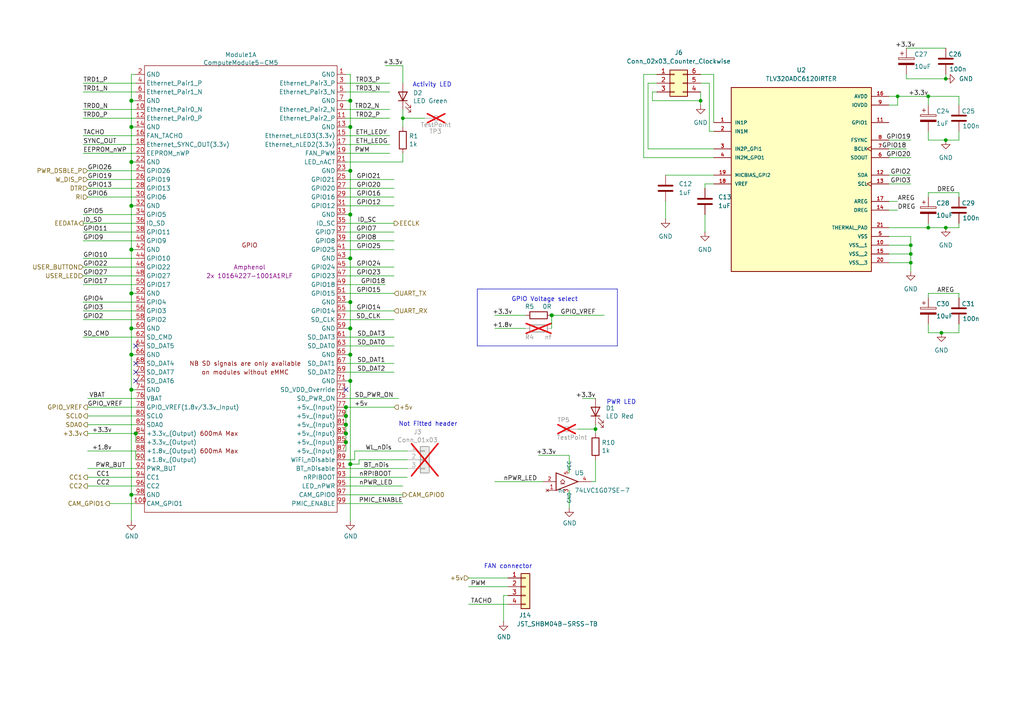
<source format=kicad_sch>
(kicad_sch (version 20250114) (generator "eeschema") (generator_version "9.0")
  (paper "A4")
  (title_block (title "Compute Module 5 IO Board") (rev "1") (company "E-SMART SOLUTIONS") (comment 1 "Mostafa Bakir"))
  (text "Activity LED" (at 119.634 25.4 0) (effects (font (size 1.27 1.27)) (justify left bottom)))
  (text "FAN connector\n" (at 140.335 165.1 0) (effects (font (size 1.27 1.27)) (justify left bottom)))
  (text "GPIO Voltage select\n" (at 167.64 87.63 0) (effects (font (size 1.27 1.27)) (justify right bottom)))
  (text "Not Fitted header" (at 132.715 123.825 0) (effects (font (size 1.27 1.27)) (justify right bottom)))
  (text "PWR LED" (at 175.895 117.475 0) (effects (font (size 1.27 1.27)) (justify left bottom)))
  (junction (at 101.6 36.83) (diameter 1.016))
  (junction (at 101.6 29.21) (diameter 1.016))
  (junction (at 101.6 102.87) (diameter 1.016))
  (junction (at 38.1 113.03) (diameter 1.016))
  (junction (at 273.05 96.52))
  (junction (at 38.1 46.99) (diameter 1.016))
  (junction (at 100.33 125.73) (diameter 1.016))
  (junction (at 38.1 72.39) (diameter 1.016))
  (junction (at 100.33 123.19) (diameter 1.016))
  (junction (at 38.1 143.51) (diameter 1.016))
  (junction (at 38.1 59.69) (diameter 1.016))
  (junction (at 101.6 62.23) (diameter 1.016))
  (junction (at 38.1 95.25) (diameter 1.016))
  (junction (at 264.16 73.66))
  (junction (at 264.16 76.2))
  (junction (at 100.33 118.11) (diameter 1.016))
  (junction (at 101.6 95.25) (diameter 1.016))
  (junction (at 274.32 40.64))
  (junction (at 269.24 27.94))
  (junction (at 101.6 87.63) (diameter 1.016))
  (junction (at 269.24 66.04))
  (junction (at 38.1 85.09) (diameter 1.016))
  (junction (at 100.33 120.65) (diameter 1.016))
  (junction (at 172.72 124.46))
  (junction (at 38.1 36.83) (diameter 1.016))
  (junction (at 39.37 125.73) (diameter 1.016))
  (junction (at 38.1 102.87) (diameter 1.016))
  (junction (at 160.02 91.44) (diameter 1.016))
  (junction (at 38.1 29.21) (diameter 1.016))
  (junction (at 100.33 128.27) (diameter 1.016))
  (junction (at 116.84 34.29))
  (junction (at 203.2 29.21))
  (junction (at 101.6 110.49) (diameter 1.016))
  (junction (at 101.6 134.62) (diameter 1.016))
  (junction (at 101.6 49.53) (diameter 1.016))
  (junction (at 274.32 22.86))
  (junction (at 264.16 71.12))
  (junction (at 101.6 74.93) (diameter 1.016))
  (junction (at 274.32 66.04))
  (junction (at 260.35 27.94))
  (no_connect (at 39.37 107.95))
  (no_connect (at 100.33 113.03))
  (no_connect (at 39.37 100.33))
  (no_connect (at 39.37 105.41))
  (no_connect (at 39.37 110.49))
  (wire (pts (xy 278.13 30.48) (xy 278.13 27.94)))
  (wire (pts (xy 101.6 110.49) (xy 101.6 134.62)))
  (wire (pts (xy 204.47 62.23) (xy 204.47 67.31)))
  (wire (pts (xy 100.33 135.89) (xy 118.11 135.89)))
  (wire (pts (xy 189.23 29.21) (xy 203.2 29.21)))
  (wire (pts (xy 207.01 35.56) (xy 207.01 21.59)))
  (wire (pts (xy 187.96 24.13) (xy 190.5 24.13)))
  (wire (pts (xy 100.33 102.87) (xy 101.6 102.87)))
  (wire (pts (xy 24.13 90.17) (xy 39.37 90.17)))
  (wire (pts (xy 39.37 133.35) (xy 39.37 130.81)))
  (wire (pts (xy 260.35 30.48) (xy 260.35 27.94)))
  (wire (pts (xy 24.13 44.45) (xy 39.37 44.45)))
  (wire (pts (xy 100.33 95.25) (xy 101.6 95.25)))
  (wire (pts (xy 101.6 102.87) (xy 101.6 110.49)))
  (wire (pts (xy 100.33 100.33) (xy 114.3 100.33)))
  (wire (pts (xy 39.37 128.27) (xy 39.37 125.73)))
  (wire (pts (xy 100.33 118.11) (xy 114.3 118.11)))
  (wire (pts (xy 101.6 36.83) (xy 101.6 49.53)))
  (polyline (pts (xy 179.07 83.82) (xy 179.07 100.33)) (stroke (width 0) (type solid)))
  (wire (pts (xy 24.13 92.71) (xy 39.37 92.71)))
  (wire (pts (xy 278.13 96.52) (xy 278.13 93.98)))
  (wire (pts (xy 257.81 66.04) (xy 269.24 66.04)))
  (wire (pts (xy 116.84 36.83) (xy 116.84 34.29)))
  (wire (pts (xy 262.89 22.86) (xy 274.32 22.86)))
  (wire (pts (xy 24.13 31.75) (xy 39.37 31.75)))
  (wire (pts (xy 24.13 77.47) (xy 39.37 77.47)))
  (wire (pts (xy 100.33 29.21) (xy 101.6 29.21)))
  (wire (pts (xy 100.33 90.17) (xy 114.3 90.17)))
  (wire (pts (xy 207.01 21.59) (xy 203.2 21.59)))
  (wire (pts (xy 24.13 82.55) (xy 39.37 82.55)))
  (wire (pts (xy 264.16 76.2) (xy 264.16 73.66)))
  (wire (pts (xy 24.13 80.01) (xy 39.37 80.01)))
  (wire (pts (xy 100.33 34.29) (xy 113.03 34.29)))
  (wire (pts (xy 39.37 36.83) (xy 38.1 36.83)))
  (wire (pts (xy 100.33 44.45) (xy 113.03 44.45)))
  (wire (pts (xy 100.33 31.75) (xy 113.03 31.75)))
  (wire (pts (xy 102.87 133.35) (xy 102.87 130.81)))
  (wire (pts (xy 24.13 67.31) (xy 39.37 67.31)))
  (wire (pts (xy 104.14 133.35) (xy 118.11 133.35)))
  (wire (pts (xy 100.33 87.63) (xy 101.6 87.63)))
  (wire (pts (xy 24.13 39.37) (xy 39.37 39.37)))
  (wire (pts (xy 39.37 21.59) (xy 38.1 21.59)))
  (wire (pts (xy 101.6 21.59) (xy 101.6 29.21)))
  (wire (pts (xy 101.6 29.21) (xy 101.6 36.83)))
  (wire (pts (xy 38.1 143.51) (xy 38.1 151.13)))
  (wire (pts (xy 146.05 172.72) (xy 146.05 180.34)))
  (wire (pts (xy 264.16 68.58) (xy 257.81 68.58)))
  (wire (pts (xy 165.1 142.24) (xy 165.1 147.32)))
  (wire (pts (xy 100.33 57.15) (xy 114.3 57.15)))
  (wire (pts (xy 262.89 13.97) (xy 274.32 13.97)))
  (wire (pts (xy 167.64 124.46) (xy 172.72 124.46)))
  (wire (pts (xy 165.1 137.16) (xy 165.1 132.08)))
  (wire (pts (xy 262.89 21.59) (xy 262.89 22.86)))
  (wire (pts (xy 100.33 143.51) (xy 116.84 143.51)))
  (wire (pts (xy 257.81 30.48) (xy 260.35 30.48)))
  (wire (pts (xy 100.33 107.95) (xy 114.3 107.95)))
  (wire (pts (xy 100.33 80.01) (xy 114.3 80.01)))
  (wire (pts (xy 25.4 138.43) (xy 39.37 138.43)))
  (wire (pts (xy 101.6 95.25) (xy 101.6 102.87)))
  (wire (pts (xy 38.1 72.39) (xy 38.1 85.09)))
  (wire (pts (xy 101.6 49.53) (xy 101.6 62.23)))
  (wire (pts (xy 143.51 95.25) (xy 152.4 95.25)))
  (wire (pts (xy 24.13 74.93) (xy 39.37 74.93)))
  (wire (pts (xy 100.33 140.97) (xy 116.84 140.97)))
  (wire (pts (xy 205.74 24.13) (xy 203.2 24.13)))
  (wire (pts (xy 39.37 29.21) (xy 38.1 29.21)))
  (wire (pts (xy 25.4 140.97) (xy 39.37 140.97)))
  (wire (pts (xy 25.4 135.89) (xy 39.37 135.89)))
  (wire (pts (xy 100.33 128.27) (xy 100.33 130.81)))
  (wire (pts (xy 187.96 43.18) (xy 187.96 24.13)))
  (wire (pts (xy 273.05 96.52) (xy 278.13 96.52)))
  (wire (pts (xy 100.33 41.91) (xy 113.03 41.91)))
  (wire (pts (xy 264.16 71.12) (xy 264.16 68.58)))
  (wire (pts (xy 100.33 115.57) (xy 115.57 115.57)))
  (wire (pts (xy 114.3 97.79) (xy 100.33 97.79)))
  (wire (pts (xy 24.13 26.67) (xy 39.37 26.67)))
  (wire (pts (xy 186.69 21.59) (xy 190.5 21.59)))
  (wire (pts (xy 25.4 49.53) (xy 39.37 49.53)))
  (wire (pts (xy 278.13 64.77) (xy 278.13 66.04)))
  (wire (pts (xy 100.33 120.65) (xy 100.33 123.19)))
  (wire (pts (xy 100.33 74.93) (xy 101.6 74.93)))
  (wire (pts (xy 100.33 39.37) (xy 113.03 39.37)))
  (polyline (pts (xy 139.7 83.82) (xy 179.07 83.82)) (stroke (width 0) (type solid)))
  (wire (pts (xy 269.24 66.04) (xy 269.24 64.77)))
  (wire (pts (xy 207.01 43.18) (xy 187.96 43.18)))
  (wire (pts (xy 278.13 55.88) (xy 278.13 57.15)))
  (wire (pts (xy 100.33 138.43) (xy 118.11 138.43)))
  (wire (pts (xy 38.1 95.25) (xy 39.37 95.25)))
  (wire (pts (xy 257.81 43.18) (xy 262.89 43.18)))
  (wire (pts (xy 38.1 102.87) (xy 38.1 113.03)))
  (wire (pts (xy 38.1 85.09) (xy 38.1 95.25)))
  (wire (pts (xy 31.75 146.05) (xy 39.37 146.05)))
  (wire (pts (xy 116.84 19.05) (xy 116.84 24.13)))
  (wire (pts (xy 269.24 96.52) (xy 273.05 96.52)))
  (wire (pts (xy 203.2 29.21) (xy 203.2 30.48)))
  (wire (pts (xy 257.81 53.34) (xy 264.16 53.34)))
  (wire (pts (xy 264.16 73.66) (xy 264.16 71.12)))
  (wire (pts (xy 116.84 34.29) (xy 116.84 31.75)))
  (wire (pts (xy 257.81 40.64) (xy 264.16 40.64)))
  (wire (pts (xy 190.5 26.67) (xy 189.23 26.67)))
  (wire (pts (xy 104.14 134.62) (xy 104.14 133.35)))
  (wire (pts (xy 101.6 134.62) (xy 101.6 151.13)))
  (wire (pts (xy 38.1 59.69) (xy 38.1 72.39)))
  (wire (pts (xy 274.32 66.04) (xy 269.24 66.04)))
  (wire (pts (xy 38.1 113.03) (xy 39.37 113.03)))
  (wire (pts (xy 38.1 72.39) (xy 39.37 72.39)))
  (wire (pts (xy 25.4 54.61) (xy 39.37 54.61)))
  (wire (pts (xy 100.33 52.07) (xy 114.3 52.07)))
  (wire (pts (xy 257.81 58.42) (xy 260.35 58.42)))
  (wire (pts (xy 257.81 73.66) (xy 264.16 73.66)))
  (wire (pts (xy 25.4 130.81) (xy 39.37 130.81)))
  (wire (pts (xy 260.35 27.94) (xy 269.24 27.94)))
  (wire (pts (xy 24.13 97.79) (xy 39.37 97.79)))
  (wire (pts (xy 24.13 24.13) (xy 39.37 24.13)))
  (wire (pts (xy 100.33 62.23) (xy 101.6 62.23)))
  (wire (pts (xy 100.33 24.13) (xy 113.03 24.13)))
  (wire (pts (xy 100.33 36.83) (xy 101.6 36.83)))
  (wire (pts (xy 38.1 95.25) (xy 38.1 102.87)))
  (wire (pts (xy 172.72 133.35) (xy 172.72 139.7)))
  (wire (pts (xy 193.04 50.8) (xy 207.01 50.8)))
  (wire (pts (xy 39.37 143.51) (xy 38.1 143.51)))
  (wire (pts (xy 25.4 57.15) (xy 39.37 57.15)))
  (wire (pts (xy 25.4 123.19) (xy 39.37 123.19)))
  (wire (pts (xy 38.1 113.03) (xy 38.1 143.51)))
  (wire (pts (xy 165.1 132.08) (xy 156.21 132.08)))
  (wire (pts (xy 172.72 123.19) (xy 172.72 124.46)))
  (wire (pts (xy 269.24 55.88) (xy 278.13 55.88)))
  (wire (pts (xy 102.87 130.81) (xy 118.11 130.81)))
  (wire (pts (xy 100.33 146.05) (xy 116.84 146.05)))
  (wire (pts (xy 100.33 64.77) (xy 114.3 64.77)))
  (wire (pts (xy 274.32 40.64) (xy 278.13 40.64)))
  (wire (pts (xy 101.6 87.63) (xy 101.6 95.25)))
  (wire (pts (xy 269.24 57.15) (xy 269.24 55.88)))
  (wire (pts (xy 147.32 172.72) (xy 146.05 172.72)))
  (wire (pts (xy 100.33 54.61) (xy 114.3 54.61)))
  (wire (pts (xy 278.13 86.36) (xy 278.13 85.09)))
  (wire (pts (xy 264.16 78.74) (xy 264.16 76.2)))
  (wire (pts (xy 116.84 46.99) (xy 116.84 44.45)))
  (wire (pts (xy 100.33 133.35) (xy 102.87 133.35)))
  (wire (pts (xy 100.33 69.85) (xy 114.3 69.85)))
  (wire (pts (xy 114.3 105.41) (xy 100.33 105.41)))
  (wire (pts (xy 257.81 45.72) (xy 264.16 45.72)))
  (wire (pts (xy 25.4 118.11) (xy 39.37 118.11)))
  (wire (pts (xy 100.33 85.09) (xy 114.3 85.09)))
  (wire (pts (xy 257.81 76.2) (xy 264.16 76.2)))
  (wire (pts (xy 135.89 170.18) (xy 147.32 170.18)))
  (wire (pts (xy 143.51 91.44) (xy 152.4 91.44)))
  (wire (pts (xy 24.13 34.29) (xy 39.37 34.29)))
  (wire (pts (xy 25.4 115.57) (xy 39.37 115.57)))
  (wire (pts (xy 25.4 125.73) (xy 39.37 125.73)))
  (wire (pts (xy 100.33 59.69) (xy 114.3 59.69)))
  (wire (pts (xy 135.89 175.26) (xy 147.32 175.26)))
  (wire (pts (xy 257.81 50.8) (xy 264.16 50.8)))
  (wire (pts (xy 114.3 92.71) (xy 100.33 92.71)))
  (wire (pts (xy 100.33 67.31) (xy 114.3 67.31)))
  (wire (pts (xy 278.13 38.1) (xy 278.13 40.64)))
  (wire (pts (xy 24.13 64.77) (xy 39.37 64.77)))
  (wire (pts (xy 172.72 139.7) (xy 171.45 139.7)))
  (wire (pts (xy 269.24 85.09) (xy 269.24 86.36)))
  (wire (pts (xy 274.32 22.86) (xy 274.32 21.59)))
  (wire (pts (xy 25.4 120.65) (xy 39.37 120.65)))
  (wire (pts (xy 38.1 36.83) (xy 38.1 46.99)))
  (wire (pts (xy 100.33 46.99) (xy 116.84 46.99)))
  (polyline (pts (xy 138.43 100.33) (xy 138.43 83.82)) (stroke (width 0) (type solid)))
  (wire (pts (xy 160.02 91.44) (xy 175.26 91.44)))
  (wire (pts (xy 257.81 71.12) (xy 264.16 71.12)))
  (wire (pts (xy 269.24 93.98) (xy 269.24 96.52)))
  (wire (pts (xy 204.47 53.34) (xy 204.47 54.61)))
  (wire (pts (xy 172.72 115.57) (xy 168.91 115.57)))
  (wire (pts (xy 100.33 72.39) (xy 114.3 72.39)))
  (wire (pts (xy 38.1 29.21) (xy 38.1 36.83)))
  (wire (pts (xy 100.33 21.59) (xy 101.6 21.59)))
  (wire (pts (xy 100.33 110.49) (xy 101.6 110.49)))
  (wire (pts (xy 278.13 85.09) (xy 269.24 85.09)))
  (wire (pts (xy 143.51 139.7) (xy 157.48 139.7)))
  (wire (pts (xy 24.13 69.85) (xy 39.37 69.85)))
  (wire (pts (xy 24.13 87.63) (xy 39.37 87.63)))
  (wire (pts (xy 205.74 38.1) (xy 205.74 24.13)))
  (wire (pts (xy 100.33 118.11) (xy 100.33 120.65)))
  (wire (pts (xy 278.13 27.94) (xy 269.24 27.94)))
  (wire (pts (xy 111.76 19.05) (xy 116.84 19.05)))
  (wire (pts (xy 100.33 49.53) (xy 101.6 49.53)))
  (wire (pts (xy 278.13 66.04) (xy 274.32 66.04)))
  (wire (pts (xy 100.33 26.67) (xy 113.03 26.67)))
  (wire (pts (xy 257.81 60.96) (xy 260.35 60.96)))
  (wire (pts (xy 24.13 62.23) (xy 39.37 62.23)))
  (wire (pts (xy 24.13 41.91) (xy 39.37 41.91)))
  (wire (pts (xy 203.2 26.67) (xy 203.2 29.21)))
  (wire (pts (xy 189.23 26.67) (xy 189.23 29.21)))
  (wire (pts (xy 101.6 74.93) (xy 101.6 87.63)))
  (polyline (pts (xy 139.7 83.82) (xy 138.43 83.82)) (stroke (width 0) (type solid)))
  (wire (pts (xy 100.33 123.19) (xy 100.33 125.73)))
  (wire (pts (xy 25.4 52.07) (xy 39.37 52.07)))
  (wire (pts (xy 38.1 46.99) (xy 39.37 46.99)))
  (wire (pts (xy 186.69 45.72) (xy 186.69 21.59)))
  (wire (pts (xy 38.1 21.59) (xy 38.1 29.21)))
  (wire (pts (xy 135.89 167.64) (xy 147.32 167.64)))
  (wire (pts (xy 269.24 40.64) (xy 274.32 40.64)))
  (wire (pts (xy 38.1 85.09) (xy 39.37 85.09)))
  (wire (pts (xy 100.33 125.73) (xy 100.33 128.27)))
  (wire (pts (xy 160.02 91.44) (xy 160.02 95.25)))
  (wire (pts (xy 100.33 77.47) (xy 114.3 77.47)))
  (wire (pts (xy 38.1 102.87) (xy 39.37 102.87)))
  (wire (pts (xy 38.1 59.69) (xy 39.37 59.69)))
  (polyline (pts (xy 179.07 100.33) (xy 139.7 100.33)) (stroke (width 0) (type solid)))
  (wire (pts (xy 172.72 124.46) (xy 172.72 125.73)))
  (wire (pts (xy 207.01 45.72) (xy 186.69 45.72)))
  (wire (pts (xy 257.81 27.94) (xy 260.35 27.94)))
  (wire (pts (xy 100.33 82.55) (xy 111.76 82.55)))
  (wire (pts (xy 116.84 34.29) (xy 123.19 34.29)))
  (wire (pts (xy 101.6 62.23) (xy 101.6 74.93)))
  (wire (pts (xy 207.01 38.1) (xy 205.74 38.1)))
  (wire (pts (xy 38.1 46.99) (xy 38.1 59.69)))
  (wire (pts (xy 193.04 58.42) (xy 193.04 63.5)))
  (wire (pts (xy 101.6 134.62) (xy 104.14 134.62)))
  (wire (pts (xy 207.01 53.34) (xy 204.47 53.34)))
  (wire (pts (xy 269.24 38.1) (xy 269.24 40.64)))
  (polyline (pts (xy 138.43 100.33) (xy 139.7 100.33)) (stroke (width 0) (type solid)))
  (wire (pts (xy 269.24 27.94) (xy 269.24 30.48)))
  (label "+1.8v" (at 148.59 95.25 180))
  (label "SD_DAT2" (at 111.76 107.95 180))
  (label "AREG" (at 260.35 58.42 0))
  (label "GPIO5" (at 24.13 62.23 0))
  (label "TRD3_N" (at 103.124 26.67 0))
  (label "GPIO2" (at 24.13 92.71 0))
  (label "GPIO9" (at 24.13 69.85 0))
  (label "ETH_LEDG" (at 103.124 41.91 0))
  (label "SD_DAT1" (at 111.76 105.41 180))
  (label "GPIO2" (at 264.16 50.8 180))
  (label "GPIO10" (at 24.13 74.93 0))
  (label "TRD3_P" (at 103.124 24.13 0))
  (label "GPIO6" (at 25.4 57.15 0))
  (label "GPIO20" (at 110.49 54.61 180))
  (label "GPIO25" (at 110.49 72.39 180))
  (label "SD_DAT0" (at 111.76 100.33 180))
  (label "GPIO15" (at 110.49 85.09 180))
  (label "GPIO13" (at 25.4 54.61 0))
  (label "GPIO7" (at 109.22 67.31 180))
  (label "GPIO14" (at 110.49 90.17 180))
  (label "BT_nDis" (at 112.8776 135.89 180))
  (label "ETH_LEDY" (at 103.124 39.37 0))
  (label "SD_PWR_ON" (at 102.87 115.57 0))
  (label "PWM" (at 102.87 44.45 0))
  (label "GPIO4" (at 24.13 87.63 0))
  (label "TRD1_P" (at 24.13 24.13 0))
  (label "GPIO18" (at 262.89 43.18 180))
  (label "CC1" (at 27.94 138.43 0))
  (label "WL_nDis" (at 113.665 130.81 180))
  (label "+3.3v" (at 116.84 19.05 180))
  (label "DREG" (at 271.78 55.88 0))
  (label "SD_DAT3" (at 111.76 97.79 180))
  (label "GPIO27" (at 24.13 80.01 0))
  (label "EEPROM_nWP" (at 24.13 44.45 0))
  (label "GPIO_VREF" (at 25.4 118.11 0))
  (label "GPIO21" (at 110.49 52.07 180))
  (label "GPIO23" (at 110.49 80.01 180))
  (label "TRD0_N" (at 24.13 31.75 0))
  (label "+1.8v" (at 26.67 130.81 0))
  (label "+3.3v" (at 269.24 27.94 180))
  (label "+3.3v" (at 265.43 13.97 180))
  (label "SD_CLK" (at 110.49 92.71 180))
  (label "GPIO16" (at 110.49 57.15 180))
  (label "GPIO12" (at 110.49 59.69 180))
  (label "+3.3v" (at 26.67 125.73 0))
  (label "PWM" (at 136.525 170.18 0))
  (label "GPIO8" (at 109.22 69.85 180))
  (label "GPIO17" (at 24.13 82.55 0))
  (label "SYNC_OUT" (at 24.13 41.91 0))
  (label "nPWR_LED" (at 146.05 139.7 0))
  (label "DREG" (at 260.35 60.96 0))
  (label "GPIO19" (at 264.16 40.64 180))
  (label "TRD2_N" (at 102.87 31.75 0))
  (label "nPWR_LED" (at 104.14 140.97 0))
  (label "TRD0_P" (at 24.13 34.29 0))
  (label "+3.3v" (at 148.59 91.44 180))
  (label "AREG" (at 271.78 85.09 0))
  (label "GPIO26" (at 25.4 49.53 0))
  (label "TACHO" (at 136.525 175.26 0))
  (label "PWR_BUT" (at 27.686 135.89 0))
  (label "+3.3v" (at 161.29 132.08 180))
  (label "nRPIBOOT" (at 104.14 138.43 0))
  (label "GPIO11" (at 24.13 67.31 0))
  (label "ID_SD" (at 24.13 64.77 0))
  (label "TRD1_N" (at 24.13 26.67 0))
  (label "GPIO24" (at 110.49 77.47 180))
  (label "VBAT" (at 30.48 115.57 180))
  (label "ID_SC" (at 109.22 64.77 180))
  (label "CC2" (at 27.94 140.97 0))
  (label "TACHO" (at 24.13 39.37 0))
  (label "+5v" (at 106.68 118.11 180))
  (label "SD_CMD" (at 24.13 97.79 0))
  (label "GPIO3" (at 264.16 53.34 180))
  (label "PMIC_ENABLE" (at 116.84 146.05 180))
  (label "+3.3v" (at 172.72 115.57 180))
  (label "GPIO_VREF" (at 162.56 91.44 0))
  (label "GPIO18" (at 111.76 82.55 180))
  (label "TRD2_P" (at 103.124 34.29 0))
  (label "GPIO19" (at 25.4 52.07 0))
  (label "GPIO20" (at 264.16 45.72 180))
  (label "GPIO22" (at 24.13 77.47 0))
  (label "GPIO3" (at 24.13 90.17 0))
  (hierarchical_label "CC1" (shape output) (at 25.4 138.43 180))
  (hierarchical_label "EEDATA" (shape output) (at 24.13 64.77 180))
  (hierarchical_label "SDA0" (shape output) (at 25.4 123.19 180))
  (hierarchical_label "CAM_GPIO1" (shape output) (at 31.75 146.05 180))
  (hierarchical_label "PWR_DSBLE_P" (shape input) (at 25.4 49.53 180))
  (hierarchical_label "CC2" (shape output) (at 25.4 140.97 180))
  (hierarchical_label "RI" (shape input) (at 25.4 57.15 180))
  (hierarchical_label "+3.3v" (shape output) (at 25.4 125.73 180))
  (hierarchical_label "GPIO_VREF" (shape output) (at 25.4 118.11 180))
  (hierarchical_label "W_DIS_P" (shape input) (at 25.4 52.07 180))
  (hierarchical_label "EECLK" (shape output) (at 114.3 64.77 0))
  (hierarchical_label "DTR" (shape input) (at 25.4 54.61 180))
  (hierarchical_label "SCL0" (shape output) (at 25.4 120.65 180))
  (hierarchical_label "+5v" (shape input) (at 135.89 167.64 180))
  (hierarchical_label "USER_BUTTON" (shape input) (at 24.13 77.47 180))
  (hierarchical_label "USER_LED" (shape input) (at 24.13 80.01 180))
  (hierarchical_label "CAM_GPIO0" (shape output) (at 116.84 143.51 0))
  (hierarchical_label "UART_RX" (shape input) (at 114.3 90.17 0))
  (hierarchical_label "UART_TX" (shape input) (at 114.3 85.09 0))
  (hierarchical_label "+5v" (shape input) (at 114.3 118.11 0))
  (symbol (lib_id "CM5IO:74LVC1G07_copy") (at 165.1 139.7 0) (unit 1)
    (property "Reference" "U5" (at 166.624 137.16 0) (effects (justify left)))
    (property "Value" "74LVC1G07SE-7" (at 166.624 142.24 0) (effects (justify left)))
    (property "Footprint" "Package_TO_SOT_SMD:SOT-353_SC-70-5" (effects (hide yes)))
    (property "Datasheet" "https://www.diodes.com/assets/Datasheets/74LVC1G07.pdf" (effects (hide yes)))
    (property "Field4" "Farnell" (effects (hide yes)))
    (property "Field5" "2425492" (effects (hide yes)))
    (property "Field6" "74LVC1G07SE-7" (effects (hide yes)))
    (property "Field7" "Diodes" (effects (hide yes)))
    (property "Part Description" "Buffer, Non-Inverting 1 Element 1 Bit per Element Open Drain Output SOT-353" (effects (hide yes)))
  )
  (symbol (lib_id "CM5IO:ComputeModule5-CM5") (at 72.39 77.47 0) (unit 1)
    (property "Reference" "Module1" (at 69.85 15.875 0))
    (property "Value" "ComputeModule5-CM5" (at 69.85 18.1864 0))
    (property "Footprint" "CM5IO:Raspberry-Pi-5-Compute-Module" (effects (hide yes)))
    (property "Description" "RaspberryPi Compute module 5" (effects (hide yes)))
    (property "Field4" "Amphenol" (at 72.39 77.47 0))
    (property "Field5" "2x 10164227-1001A1RLF" (at 72.39 80.01 0))
    (property "Field6" "2x 10164227-1001A1RLF" (effects (hide yes)))
    (property "Field7" "Hirose" (effects (hide yes)))
    (property "Part Description" "	100 Position Connector Receptacle, Center Strip Contacts Surface Mount Gold" (effects (hide yes)))
  )
  (symbol (lib_id "power:GND") (at 38.1 151.13 0) (unit 1)
    (property "Reference" "#PWR0104" (effects (hide yes)))
    (property "Value" "GND" (at 38.227 155.5242 0))
    (property "Description" "Power symbol creates a global label with name \"GND\" , ground" (effects (hide yes)))
  )
  (symbol (lib_id "power:GND") (at 101.6 151.13 0) (unit 1)
    (property "Reference" "#PWR0105" (effects (hide yes)))
    (property "Value" "GND" (at 101.727 155.5242 0))
    (property "Description" "Power symbol creates a global label with name \"GND\" , ground" (effects (hide yes)))
  )
  (symbol (lib_id "Device:LED") (at 116.84 27.94 90) (unit 1)
    (property "Reference" "D2" (at 119.8118 26.9494 90) (effects (justify right)))
    (property "Value" "LED Green" (at 119.8118 29.2608 90) (effects (justify right)))
    (property "Footprint" "LED_SMD:LED_0603_1608Metric" (effects (hide yes)))
    (property "Datasheet" "http://optoelectronics.liteon.com/upload/download/DS22-2000-226/LTST-S270KGKT.pdf" (effects (hide yes)))
    (property "Field4" "Digikey " (effects (hide yes)))
    (property "Field5" "LTST-S270KGKT" (effects (hide yes)))
    (property "Field6" "SML-A12M8TT86N" (effects (hide yes)))
    (property "Field7" "Rohm" (effects (hide yes)))
    (property "Field8" "650263301" (effects (hide yes)))
    (property "Part Description" "	Green 572nm LED Indication - Discrete 2.2V 2-SMD, No Lead" (effects (hide yes)))
  )
  (symbol (lib_id "Device:R") (at 116.84 40.64 0) (unit 1)
    (property "Reference" "R1" (at 118.618 39.4716 0) (effects (justify left)))
    (property "Value" "1k" (at 118.618 41.783 0) (effects (justify left)))
    (property "Footprint" "Resistor_SMD:R_0402_1005Metric" (effects (hide yes)))
    (property "Datasheet" "https://fscdn.rohm.com/en/products/databook/datasheet/passive/resistor/chip_resistor/mcr-e.pdf" (effects (hide yes)))
    (property "Field4" "Farnell" (effects (hide yes)))
    (property "Field5" "9239235" (effects (hide yes)))
    (property "Field7" "KOA EUROPE GMBH" (effects (hide yes)))
    (property "Field6" "RK73H1ETTP1001F" (effects (hide yes)))
    (property "Part Description" "Resistor 1K M1005 1% 63mW" (effects (hide yes)))
    (property "Field8" "125049511" (effects (hide yes)))
  )
  (symbol (lib_id "power:GND") (at 165.1 147.32 0) (unit 1)
    (property "Reference" "#PWR05" (effects (hide yes)))
    (property "Value" "GND" (at 165.227 151.7142 0))
    (property "Description" "Power symbol creates a global label with name \"GND\" , ground" (effects (hide yes)))
  )
  (symbol (lib_name "LED_1") (lib_id "Device:LED") (at 172.72 119.38 90) (unit 1)
    (property "Reference" "D1" (at 175.6918 118.3894 90) (effects (justify right)))
    (property "Value" "LED Red" (at 175.6918 120.7008 90) (effects (justify right)))
    (property "Footprint" "LED_SMD:LED_0603_1608Metric" (effects (hide yes)))
    (property "Datasheet" "http://optoelectronics.liteon.com/upload/download/DS22-2000-210/LTST-S270KRKT.pdf" (effects (hide yes)))
    (property "Field4" "Digikey " (effects (hide yes)))
    (property "Field5" "	LTST-S270KRKT" (effects (hide yes)))
    (property "Field6" "SML-A12U8TT86Q" (effects (hide yes)))
    (property "Field7" "Rohm" (effects (hide yes)))
    (property "Field8" "650295101" (effects (hide yes)))
    (property "Part Description" "	Red 620nm LED Indication - Discrete 2.2V 2-SMD, No Lead" (effects (hide yes)))
  )
  (symbol (lib_id "Device:R") (at 172.72 129.54 0) (unit 1)
    (property "Reference" "R10" (at 174.498 128.3716 0) (effects (justify left)))
    (property "Value" "1k" (at 174.498 130.683 0) (effects (justify left)))
    (property "Footprint" "Resistor_SMD:R_0402_1005Metric" (effects (hide yes)))
    (property "Datasheet" "https://fscdn.rohm.com/en/products/databook/datasheet/passive/resistor/chip_resistor/mcr-e.pdf" (effects (hide yes)))
    (property "Field4" "Farnell" (effects (hide yes)))
    (property "Field5" "9239235" (effects (hide yes)))
    (property "Field7" "KOA EUROPE GMBH" (effects (hide yes)))
    (property "Field6" "RK73H1ETTP1001F" (effects (hide yes)))
    (property "Part Description" "Resistor 1K M1005 1% 63mW" (effects (hide yes)))
    (property "Field8" "125049511" (effects (hide yes)))
  )
  (symbol (lib_id "Connector:TestPoint") (at 167.64 124.46 90) (unit 1) (in_bom no) (on_board no) (dnp yes)
    (property "Reference" "TP5" (at 165.2778 121.793 90) (effects (justify left)))
    (property "Value" "TestPoint" (at 170.3578 126.873 90) (effects (justify left)))
    (property "Footprint" "TestPoint:TestPoint_Pad_2.0x2.0mm" (effects (hide yes)))
    (property "Field4" "nf" (effects (hide yes)))
    (property "Field5" "nf" (effects (hide yes)))
    (property "Field6" "nf" (effects (hide yes)))
    (property "Field7" "nf" (effects (hide yes)))
    (property "Part Description" "Test point" (effects (hide yes)))
  )
  (symbol (lib_id "Device:R") (at 156.21 91.44 90) (unit 1)
    (property "Reference" "R5" (at 154.94 88.9 90) (effects (justify left)))
    (property "Value" "0R" (at 160.02 88.9 90) (effects (justify left)))
    (property "Footprint" "Resistor_SMD:R_0805_2012Metric_Pad1.20x1.40mm_HandSolder" (effects (hide yes)))
    (property "Datasheet" "https://fscdn.rohm.com/en/products/databook/datasheet/passive/resistor/chip_resistor/mcr-e.pdf" (effects (hide yes)))
    (property "Field4" "Farnell" (effects (hide yes)))
    (property "Field5" "9233750" (effects (hide yes)))
    (property "Field7" "Rohm" (effects (hide yes)))
    (property "Field6" "MCR10EZPJ000" (effects (hide yes)))
    (property "Part Description" "Resistor 0R M2012 5% " (effects (hide yes)))
    (property "Field8" "121629591" (effects (hide yes)))
  )
  (symbol (lib_id "Device:R") (at 156.21 95.25 90) (unit 1) (exclude_from_sim yes) (in_bom no) (on_board no) (dnp yes)
    (property "Reference" "R4" (at 154.94 97.79 90) (effects (justify left)))
    (property "Value" "nf" (at 160.02 97.79 90) (effects (justify left)))
    (property "Footprint" "Resistor_SMD:R_0805_2012Metric_Pad1.20x1.40mm_HandSolder" (effects (hide yes)))
    (property "Datasheet" "https://fscdn.rohm.com/en/products/databook/datasheet/passive/resistor/chip_resistor/mcr-e.pdf" (effects (hide yes)))
    (property "Field4" "nf" (effects (hide yes)))
    (property "Field5" "nf" (effects (hide yes)))
    (property "Field6" "nf" (effects (hide yes)))
  )
  (symbol (lib_id "Connector_Generic:Conn_01x03") (at 123.19 133.35 0) (unit 1) (exclude_from_sim yes) (in_bom no) (on_board no) (dnp yes)
    (property "Reference" "J3" (at 121.1072 125.2982 0))
    (property "Value" "Conn_01x03" (at 121.1072 127.6096 0))
    (property "Footprint" "Connector_PinHeader_2.54mm:PinHeader_1x03_P2.54mm_Vertical" (effects (hide yes)))
    (property "Field4" "nf" (effects (hide yes)))
    (property "Field5" "nf" (effects (hide yes)))
    (property "Field6" "nf" (effects (hide yes)))
    (property "Field7" "nf" (effects (hide yes)))
    (property "Part Description" "3pin 0.1\" connector" (effects (hide yes)))
  )
  (symbol (lib_id "Connector_Generic:Conn_02x03_Counter_Clockwise") (at 195.58 24.13 0) (unit 1)
    (property "Reference" "J6" (at 196.85 15.24 0))
    (property "Value" "Conn_02x03_Counter_Clockwise" (at 196.85 17.78 0))
    (property "Footprint" "Connector_PinHeader_2.54mm:PinHeader_2x03_P2.54mm_Vertical" (effects (hide yes)))
    (property "Description" "Generic connector, double row, 02x03, counter clockwise pin numbering scheme (similar to DIP package numbering), script generated (kicad-library-utils/schlib/autogen/connector/)" (effects (hide yes)))
  )
  (symbol (lib_id "Device:C") (at 278.13 60.96 0) (unit 1)
    (property "Reference" "C29" (at 278.892 58.928 0) (effects (justify left)))
    (property "Value" "100n" (at 279.146 63.246 0) (effects (justify left)))
    (property "Footprint" "Capacitor_SMD:C_0402_1005Metric" (effects (hide yes)))
    (property "Datasheet" "https://search.murata.co.jp/Ceramy/image/img/A01X/G101/ENG/GRM155R71C104KA88-01.pdf" (effects (hide yes)))
    (property "Field4" "Farnell" (effects (hide yes)))
    (property "Field5" "2611911" (effects (hide yes)))
    (property "Field6" "RM EMK105 B7104KV-F" (effects (hide yes)))
    (property "Field7" "TAIYO YUDEN EUROPE GMBH" (effects (hide yes)))
    (property "Field8" "110091611" (effects (hide yes)))
    (property "Part Description" "	0.1uF 10% 16V Ceramic Capacitor X7R 0402 (1005 Metric)" (effects (hide yes)))
  )
  (symbol (lib_id "power:GND") (at 203.2 30.48 0) (unit 1)
    (property "Reference" "#PWR062" (effects (hide yes)))
    (property "Value" "GND" (at 203.2 35.56 0))
    (property "Description" "Power symbol creates a global label with name \"GND\" , ground" (effects (hide yes)))
  )
  (symbol (lib_id "Device:C_Polarized") (at 269.24 34.29 0) (unit 1)
    (property "Reference" "C24" (at 271.526 32.258 0) (effects (justify left)))
    (property "Value" "1uF" (at 271.526 35.814 0) (effects (justify left)))
    (property "Footprint" "digikey-footprints:0805" (effects (hide yes)))
    (property "Description" "Polarized capacitor" (effects (hide yes)))
  )
  (symbol (lib_id "power:GND") (at 146.05 180.34 0) (unit 1)
    (property "Reference" "#PWR06" (effects (hide yes)))
    (property "Value" "GND" (at 146.177 184.7342 0))
    (property "Description" "Power symbol creates a global label with name \"GND\" , ground" (effects (hide yes)))
  )
  (symbol (lib_id "Device:C") (at 204.47 58.42 0) (unit 1)
    (property "Reference" "C13" (at 208.28 57.1499 0) (effects (justify left)))
    (property "Value" "1uF" (at 208.28 59.6899 0) (effects (justify left)))
    (property "Footprint" "digikey-footprints:0603" (effects (hide yes)))
    (property "Description" "Unpolarized capacitor" (effects (hide yes)))
  )
  (symbol (lib_id "power:GND") (at 273.05 96.52 0) (unit 1)
    (property "Reference" "#PWR061" (effects (hide yes)))
    (property "Value" "GND" (at 273.05 101.6 0))
    (property "Description" "Power symbol creates a global label with name \"GND\" , ground" (effects (hide yes)))
  )
  (symbol (lib_id "Device:C_Polarized") (at 269.24 90.17 0) (unit 1)
    (property "Reference" "C30" (at 271.526 88.138 0) (effects (justify left)))
    (property "Value" "10uF" (at 271.526 91.694 0) (effects (justify left)))
    (property "Footprint" "Capacitor_SMD:CP_Elec_6.3x5.9" (effects (hide yes)))
    (property "Description" "Polarized capacitor" (effects (hide yes)))
  )
  (symbol (lib_id "power:GND") (at 204.47 67.31 0) (unit 1)
    (property "Reference" "#PWR031" (effects (hide yes)))
    (property "Value" "GND" (at 204.47 72.39 0))
    (property "Description" "Power symbol creates a global label with name \"GND\" , ground" (effects (hide yes)))
  )
  (symbol (lib_id "Device:C_Polarized") (at 262.89 17.78 0) (unit 1)
    (property "Reference" "C27" (at 265.176 15.748 0) (effects (justify left)))
    (property "Value" "10uF" (at 265.176 19.304 0) (effects (justify left)))
    (property "Footprint" "Capacitor_SMD:CP_Elec_6.3x5.9" (effects (hide yes)))
    (property "Description" "Polarized capacitor" (effects (hide yes)))
  )
  (symbol (lib_id "power:GND") (at 193.04 63.5 0) (unit 1)
    (property "Reference" "#PWR02" (effects (hide yes)))
    (property "Value" "GND" (at 193.04 68.58 0))
    (property "Description" "Power symbol creates a global label with name \"GND\" , ground" (effects (hide yes)))
  )
  (symbol (lib_id "power:GND") (at 274.32 66.04 0) (unit 1)
    (property "Reference" "#PWR060" (effects (hide yes)))
    (property "Value" "GND" (at 274.32 71.12 0))
    (property "Description" "Power symbol creates a global label with name \"GND\" , ground" (effects (hide yes)))
  )
  (symbol (lib_id "TLV320ADC6120IRTER:TLV320ADC6120IRTER") (at 232.41 48.26 0) (unit 1)
    (property "Reference" "U2" (at 232.41 20.32 0))
    (property "Value" "TLV320ADC6120IRTER" (at 232.41 22.86 0))
    (property "Footprint" "TLV320ADC6120IRTER:IC_TLV320ADC6120IRTER" (effects (hide yes)))
    (property "PARTREV" "A" (effects (hide yes)))
    (property "STANDARD" "Manufacturer Recommendations" (effects (hide yes)))
    (property "MAXIMUM_PACKAGE_HEIGHT" "0.8mm" (effects (hide yes)))
    (property "MANUFACTURER" "Texas Instruments" (effects (hide yes)))
  )
  (symbol (lib_id "Connector_Generic:Conn_01x04") (at 152.4 170.18 0) (unit 1)
    (property "Reference" "J14" (at 150.495 178.435 0) (effects (justify left)))
    (property "Value" "JST_SHBM04B-SRSS-TB" (at 149.86 180.975 0) (effects (justify left)))
    (property "Footprint" "Connector_JST:JST_SH_BM04B-SRSS-TB_1x04-1MP_P1.00mm_Vertical" (effects (hide yes)))
    (property "Field5" "SHBM04B-SRSS-TB" (effects (hide yes)))
    (property "Field6" "SHBM04B-SRSS-TB" (effects (hide yes)))
    (property "Field7" "JST" (effects (hide yes)))
    (property "Part Description" "4 pin vertical 1mm pitch connector" (effects (hide yes)))
  )
  (symbol (lib_id "power:GND") (at 274.32 40.64 0) (unit 1)
    (property "Reference" "#PWR058" (effects (hide yes)))
    (property "Value" "GND" (at 274.32 45.72 0))
    (property "Description" "Power symbol creates a global label with name \"GND\" , ground" (effects (hide yes)))
  )
  (symbol (lib_id "Connector:TestPoint") (at 123.19 34.29 270) (unit 1) (in_bom no) (on_board no) (dnp yes)
    (property "Reference" "TP3" (at 124.46 38.1 90) (effects (justify left)))
    (property "Value" "TestPoint" (at 121.92 36.195 90) (effects (justify left)))
    (property "Footprint" "TestPoint:TestPoint_Pad_2.0x2.0mm" (effects (hide yes)))
    (property "Field4" "nf" (effects (hide yes)))
    (property "Field5" "nf" (effects (hide yes)))
    (property "Field6" "nf" (effects (hide yes)))
    (property "Field7" "nf" (effects (hide yes)))
    (property "Part Description" "Test point" (effects (hide yes)))
  )
  (symbol (lib_id "power:GND") (at 274.32 22.86 90) (unit 1)
    (property "Reference" "#PWR059" (effects (hide yes)))
    (property "Value" "GND" (at 278.13 22.8599 90) (effects (justify right)))
    (property "Description" "Power symbol creates a global label with name \"GND\" , ground" (effects (hide yes)))
  )
  (symbol (lib_id "power:GND") (at 264.16 78.74 0) (unit 1)
    (property "Reference" "#PWR057" (effects (hide yes)))
    (property "Value" "GND" (at 264.16 83.82 0))
    (property "Description" "Power symbol creates a global label with name \"GND\" , ground" (effects (hide yes)))
  )
  (symbol (lib_id "Device:C") (at 278.13 90.17 0) (unit 1)
    (property "Reference" "C31" (at 278.892 88.138 0) (effects (justify left)))
    (property "Value" "100n" (at 279.146 92.456 0) (effects (justify left)))
    (property "Footprint" "Capacitor_SMD:C_0402_1005Metric" (effects (hide yes)))
    (property "Datasheet" "https://search.murata.co.jp/Ceramy/image/img/A01X/G101/ENG/GRM155R71C104KA88-01.pdf" (effects (hide yes)))
    (property "Field4" "Farnell" (effects (hide yes)))
    (property "Field5" "2611911" (effects (hide yes)))
    (property "Field6" "RM EMK105 B7104KV-F" (effects (hide yes)))
    (property "Field7" "TAIYO YUDEN EUROPE GMBH" (effects (hide yes)))
    (property "Field8" "110091611" (effects (hide yes)))
    (property "Part Description" "	0.1uF 10% 16V Ceramic Capacitor X7R 0402 (1005 Metric)" (effects (hide yes)))
  )
  (symbol (lib_id "Device:C") (at 193.04 54.61 0) (unit 1)
    (property "Reference" "C12" (at 196.85 53.3399 0) (effects (justify left)))
    (property "Value" "1uF" (at 196.85 55.8799 0) (effects (justify left)))
    (property "Footprint" "digikey-footprints:0603" (effects (hide yes)))
    (property "Description" "Unpolarized capacitor" (effects (hide yes)))
  )
  (symbol (lib_id "Device:C_Polarized") (at 269.24 60.96 0) (unit 1)
    (property "Reference" "C28" (at 271.526 58.928 0) (effects (justify left)))
    (property "Value" "10uF" (at 271.526 62.484 0) (effects (justify left)))
    (property "Footprint" "Capacitor_SMD:CP_Elec_6.3x5.9" (effects (hide yes)))
    (property "Description" "Polarized capacitor" (effects (hide yes)))
  )
  (symbol (lib_id "Device:C") (at 278.13 34.29 0) (unit 1)
    (property "Reference" "C25" (at 278.892 32.258 0) (effects (justify left)))
    (property "Value" "100n" (at 279.146 36.576 0) (effects (justify left)))
    (property "Footprint" "Capacitor_SMD:C_0402_1005Metric" (effects (hide yes)))
    (property "Datasheet" "https://search.murata.co.jp/Ceramy/image/img/A01X/G101/ENG/GRM155R71C104KA88-01.pdf" (effects (hide yes)))
    (property "Field4" "Farnell" (effects (hide yes)))
    (property "Field5" "2611911" (effects (hide yes)))
    (property "Field6" "RM EMK105 B7104KV-F" (effects (hide yes)))
    (property "Field7" "TAIYO YUDEN EUROPE GMBH" (effects (hide yes)))
    (property "Field8" "110091611" (effects (hide yes)))
    (property "Part Description" "	0.1uF 10% 16V Ceramic Capacitor X7R 0402 (1005 Metric)" (effects (hide yes)))
  )
  (symbol (lib_id "Device:C") (at 274.32 17.78 0) (unit 1)
    (property "Reference" "C26" (at 275.082 15.748 0) (effects (justify left)))
    (property "Value" "100n" (at 275.336 20.066 0) (effects (justify left)))
    (property "Footprint" "Capacitor_SMD:C_0402_1005Metric" (effects (hide yes)))
    (property "Datasheet" "https://search.murata.co.jp/Ceramy/image/img/A01X/G101/ENG/GRM155R71C104KA88-01.pdf" (effects (hide yes)))
    (property "Field4" "Farnell" (effects (hide yes)))
    (property "Field5" "2611911" (effects (hide yes)))
    (property "Field6" "RM EMK105 B7104KV-F" (effects (hide yes)))
    (property "Field7" "TAIYO YUDEN EUROPE GMBH" (effects (hide yes)))
    (property "Field8" "110091611" (effects (hide yes)))
    (property "Part Description" "	0.1uF 10% 16V Ceramic Capacitor X7R 0402 (1005 Metric)" (effects (hide yes)))
  )
)
</source>
